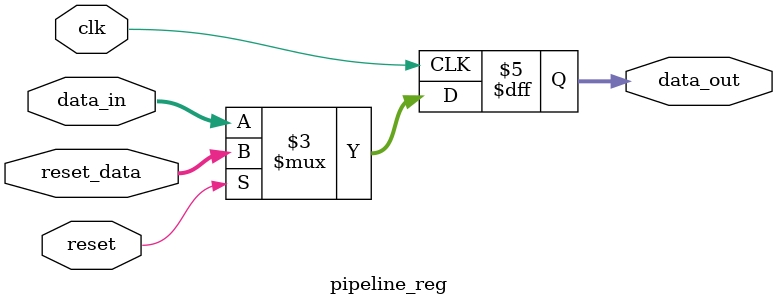
<source format=v>
module pipeline_reg
#(parameter WIDTH = 32)
(
    input wire clk,
    input wire reset,
    input wire [WIDTH-1:0]data_in,
    input wire [WIDTH-1:0]reset_data,
    
    output reg [WIDTH-1:0]data_out
);
    always@(posedge clk)begin
        if(reset)begin
            data_out <= reset_data;
        end else begin
            data_out <= data_in;
        end
    end
endmodule
</source>
